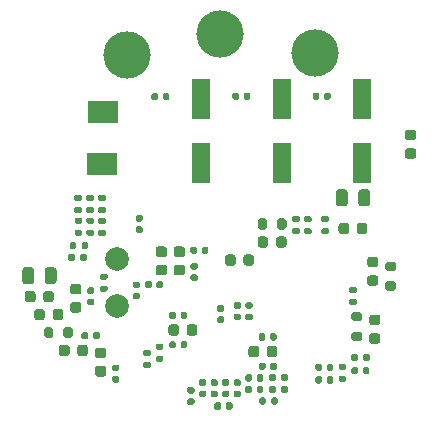
<source format=gbr>
G04 #@! TF.GenerationSoftware,KiCad,Pcbnew,(5.1.8)-1*
G04 #@! TF.CreationDate,2020-11-22T23:20:16-08:00*
G04 #@! TF.ProjectId,Thruster_Controller_V2,54687275-7374-4657-925f-436f6e74726f,rev?*
G04 #@! TF.SameCoordinates,Original*
G04 #@! TF.FileFunction,Paste,Top*
G04 #@! TF.FilePolarity,Positive*
%FSLAX46Y46*%
G04 Gerber Fmt 4.6, Leading zero omitted, Abs format (unit mm)*
G04 Created by KiCad (PCBNEW (5.1.8)-1) date 2020-11-22 23:20:16*
%MOMM*%
%LPD*%
G01*
G04 APERTURE LIST*
%ADD10R,1.600000X3.500000*%
%ADD11C,4.000000*%
%ADD12R,2.500000X1.850000*%
%ADD13C,2.000000*%
G04 APERTURE END LIST*
D10*
X98150000Y-88100000D03*
X98150000Y-93500000D03*
X105000000Y-88100000D03*
X105000000Y-93500000D03*
X111850000Y-88100000D03*
X111850000Y-93500000D03*
D11*
X91950000Y-84400000D03*
X99800000Y-82600000D03*
X107800000Y-84150000D03*
D12*
X89900000Y-89175000D03*
X89825000Y-93550000D03*
D13*
X91050000Y-105600000D03*
X91050000Y-101600000D03*
G36*
G01*
X96100000Y-100575000D02*
X96600000Y-100575000D01*
G75*
G02*
X96825000Y-100800000I0J-225000D01*
G01*
X96825000Y-101250000D01*
G75*
G02*
X96600000Y-101475000I-225000J0D01*
G01*
X96100000Y-101475000D01*
G75*
G02*
X95875000Y-101250000I0J225000D01*
G01*
X95875000Y-100800000D01*
G75*
G02*
X96100000Y-100575000I225000J0D01*
G01*
G37*
G36*
G01*
X96100000Y-102125000D02*
X96600000Y-102125000D01*
G75*
G02*
X96825000Y-102350000I0J-225000D01*
G01*
X96825000Y-102800000D01*
G75*
G02*
X96600000Y-103025000I-225000J0D01*
G01*
X96100000Y-103025000D01*
G75*
G02*
X95875000Y-102800000I0J225000D01*
G01*
X95875000Y-102350000D01*
G75*
G02*
X96100000Y-102125000I225000J0D01*
G01*
G37*
G36*
G01*
X97770000Y-103500000D02*
X97430000Y-103500000D01*
G75*
G02*
X97290000Y-103360000I0J140000D01*
G01*
X97290000Y-103080000D01*
G75*
G02*
X97430000Y-102940000I140000J0D01*
G01*
X97770000Y-102940000D01*
G75*
G02*
X97910000Y-103080000I0J-140000D01*
G01*
X97910000Y-103360000D01*
G75*
G02*
X97770000Y-103500000I-140000J0D01*
G01*
G37*
G36*
G01*
X97770000Y-102540000D02*
X97430000Y-102540000D01*
G75*
G02*
X97290000Y-102400000I0J140000D01*
G01*
X97290000Y-102120000D01*
G75*
G02*
X97430000Y-101980000I140000J0D01*
G01*
X97770000Y-101980000D01*
G75*
G02*
X97910000Y-102120000I0J-140000D01*
G01*
X97910000Y-102400000D01*
G75*
G02*
X97770000Y-102540000I-140000J0D01*
G01*
G37*
G36*
G01*
X110600000Y-95975000D02*
X110600000Y-96925000D01*
G75*
G02*
X110350000Y-97175000I-250000J0D01*
G01*
X109850000Y-97175000D01*
G75*
G02*
X109600000Y-96925000I0J250000D01*
G01*
X109600000Y-95975000D01*
G75*
G02*
X109850000Y-95725000I250000J0D01*
G01*
X110350000Y-95725000D01*
G75*
G02*
X110600000Y-95975000I0J-250000D01*
G01*
G37*
G36*
G01*
X112500000Y-95975000D02*
X112500000Y-96925000D01*
G75*
G02*
X112250000Y-97175000I-250000J0D01*
G01*
X111750000Y-97175000D01*
G75*
G02*
X111500000Y-96925000I0J250000D01*
G01*
X111500000Y-95975000D01*
G75*
G02*
X111750000Y-95725000I250000J0D01*
G01*
X112250000Y-95725000D01*
G75*
G02*
X112500000Y-95975000I0J-250000D01*
G01*
G37*
G36*
G01*
X112275000Y-98800000D02*
X112275000Y-99300000D01*
G75*
G02*
X112050000Y-99525000I-225000J0D01*
G01*
X111600000Y-99525000D01*
G75*
G02*
X111375000Y-99300000I0J225000D01*
G01*
X111375000Y-98800000D01*
G75*
G02*
X111600000Y-98575000I225000J0D01*
G01*
X112050000Y-98575000D01*
G75*
G02*
X112275000Y-98800000I0J-225000D01*
G01*
G37*
G36*
G01*
X110725000Y-98800000D02*
X110725000Y-99300000D01*
G75*
G02*
X110500000Y-99525000I-225000J0D01*
G01*
X110050000Y-99525000D01*
G75*
G02*
X109825000Y-99300000I0J225000D01*
G01*
X109825000Y-98800000D01*
G75*
G02*
X110050000Y-98575000I225000J0D01*
G01*
X110500000Y-98575000D01*
G75*
G02*
X110725000Y-98800000I0J-225000D01*
G01*
G37*
G36*
G01*
X94580000Y-102125000D02*
X95080000Y-102125000D01*
G75*
G02*
X95305000Y-102350000I0J-225000D01*
G01*
X95305000Y-102800000D01*
G75*
G02*
X95080000Y-103025000I-225000J0D01*
G01*
X94580000Y-103025000D01*
G75*
G02*
X94355000Y-102800000I0J225000D01*
G01*
X94355000Y-102350000D01*
G75*
G02*
X94580000Y-102125000I225000J0D01*
G01*
G37*
G36*
G01*
X94580000Y-100575000D02*
X95080000Y-100575000D01*
G75*
G02*
X95305000Y-100800000I0J-225000D01*
G01*
X95305000Y-101250000D01*
G75*
G02*
X95080000Y-101475000I-225000J0D01*
G01*
X94580000Y-101475000D01*
G75*
G02*
X94355000Y-101250000I0J225000D01*
G01*
X94355000Y-100800000D01*
G75*
G02*
X94580000Y-100575000I225000J0D01*
G01*
G37*
G36*
G01*
X103650000Y-110555000D02*
X103650000Y-110895000D01*
G75*
G02*
X103510000Y-111035000I-140000J0D01*
G01*
X103230000Y-111035000D01*
G75*
G02*
X103090000Y-110895000I0J140000D01*
G01*
X103090000Y-110555000D01*
G75*
G02*
X103230000Y-110415000I140000J0D01*
G01*
X103510000Y-110415000D01*
G75*
G02*
X103650000Y-110555000I0J-140000D01*
G01*
G37*
G36*
G01*
X104610000Y-110555000D02*
X104610000Y-110895000D01*
G75*
G02*
X104470000Y-111035000I-140000J0D01*
G01*
X104190000Y-111035000D01*
G75*
G02*
X104050000Y-110895000I0J140000D01*
G01*
X104050000Y-110555000D01*
G75*
G02*
X104190000Y-110415000I140000J0D01*
G01*
X104470000Y-110415000D01*
G75*
G02*
X104610000Y-110555000I0J-140000D01*
G01*
G37*
G36*
G01*
X107870000Y-112040000D02*
X107870000Y-111700000D01*
G75*
G02*
X108010000Y-111560000I140000J0D01*
G01*
X108290000Y-111560000D01*
G75*
G02*
X108430000Y-111700000I0J-140000D01*
G01*
X108430000Y-112040000D01*
G75*
G02*
X108290000Y-112180000I-140000J0D01*
G01*
X108010000Y-112180000D01*
G75*
G02*
X107870000Y-112040000I0J140000D01*
G01*
G37*
G36*
G01*
X108830000Y-112040000D02*
X108830000Y-111700000D01*
G75*
G02*
X108970000Y-111560000I140000J0D01*
G01*
X109250000Y-111560000D01*
G75*
G02*
X109390000Y-111700000I0J-140000D01*
G01*
X109390000Y-112040000D01*
G75*
G02*
X109250000Y-112180000I-140000J0D01*
G01*
X108970000Y-112180000D01*
G75*
G02*
X108830000Y-112040000I0J140000D01*
G01*
G37*
G36*
G01*
X91140000Y-112090000D02*
X90800000Y-112090000D01*
G75*
G02*
X90660000Y-111950000I0J140000D01*
G01*
X90660000Y-111670000D01*
G75*
G02*
X90800000Y-111530000I140000J0D01*
G01*
X91140000Y-111530000D01*
G75*
G02*
X91280000Y-111670000I0J-140000D01*
G01*
X91280000Y-111950000D01*
G75*
G02*
X91140000Y-112090000I-140000J0D01*
G01*
G37*
G36*
G01*
X91140000Y-111130000D02*
X90800000Y-111130000D01*
G75*
G02*
X90660000Y-110990000I0J140000D01*
G01*
X90660000Y-110710000D01*
G75*
G02*
X90800000Y-110570000I140000J0D01*
G01*
X91140000Y-110570000D01*
G75*
G02*
X91280000Y-110710000I0J-140000D01*
G01*
X91280000Y-110990000D01*
G75*
G02*
X91140000Y-111130000I-140000J0D01*
G01*
G37*
G36*
G01*
X98250000Y-101070000D02*
X98250000Y-100730000D01*
G75*
G02*
X98390000Y-100590000I140000J0D01*
G01*
X98670000Y-100590000D01*
G75*
G02*
X98810000Y-100730000I0J-140000D01*
G01*
X98810000Y-101070000D01*
G75*
G02*
X98670000Y-101210000I-140000J0D01*
G01*
X98390000Y-101210000D01*
G75*
G02*
X98250000Y-101070000I0J140000D01*
G01*
G37*
G36*
G01*
X97290000Y-101070000D02*
X97290000Y-100730000D01*
G75*
G02*
X97430000Y-100590000I140000J0D01*
G01*
X97710000Y-100590000D01*
G75*
G02*
X97850000Y-100730000I0J-140000D01*
G01*
X97850000Y-101070000D01*
G75*
G02*
X97710000Y-101210000I-140000J0D01*
G01*
X97430000Y-101210000D01*
G75*
G02*
X97290000Y-101070000I0J140000D01*
G01*
G37*
G36*
G01*
X107640000Y-88020000D02*
X107640000Y-87680000D01*
G75*
G02*
X107780000Y-87540000I140000J0D01*
G01*
X108060000Y-87540000D01*
G75*
G02*
X108200000Y-87680000I0J-140000D01*
G01*
X108200000Y-88020000D01*
G75*
G02*
X108060000Y-88160000I-140000J0D01*
G01*
X107780000Y-88160000D01*
G75*
G02*
X107640000Y-88020000I0J140000D01*
G01*
G37*
G36*
G01*
X108600000Y-88020000D02*
X108600000Y-87680000D01*
G75*
G02*
X108740000Y-87540000I140000J0D01*
G01*
X109020000Y-87540000D01*
G75*
G02*
X109160000Y-87680000I0J-140000D01*
G01*
X109160000Y-88020000D01*
G75*
G02*
X109020000Y-88160000I-140000J0D01*
G01*
X108740000Y-88160000D01*
G75*
G02*
X108600000Y-88020000I0J140000D01*
G01*
G37*
G36*
G01*
X101800000Y-88020000D02*
X101800000Y-87680000D01*
G75*
G02*
X101940000Y-87540000I140000J0D01*
G01*
X102220000Y-87540000D01*
G75*
G02*
X102360000Y-87680000I0J-140000D01*
G01*
X102360000Y-88020000D01*
G75*
G02*
X102220000Y-88160000I-140000J0D01*
G01*
X101940000Y-88160000D01*
G75*
G02*
X101800000Y-88020000I0J140000D01*
G01*
G37*
G36*
G01*
X100840000Y-88020000D02*
X100840000Y-87680000D01*
G75*
G02*
X100980000Y-87540000I140000J0D01*
G01*
X101260000Y-87540000D01*
G75*
G02*
X101400000Y-87680000I0J-140000D01*
G01*
X101400000Y-88020000D01*
G75*
G02*
X101260000Y-88160000I-140000J0D01*
G01*
X100980000Y-88160000D01*
G75*
G02*
X100840000Y-88020000I0J140000D01*
G01*
G37*
G36*
G01*
X94950000Y-88070000D02*
X94950000Y-87730000D01*
G75*
G02*
X95090000Y-87590000I140000J0D01*
G01*
X95370000Y-87590000D01*
G75*
G02*
X95510000Y-87730000I0J-140000D01*
G01*
X95510000Y-88070000D01*
G75*
G02*
X95370000Y-88210000I-140000J0D01*
G01*
X95090000Y-88210000D01*
G75*
G02*
X94950000Y-88070000I0J140000D01*
G01*
G37*
G36*
G01*
X93990000Y-88070000D02*
X93990000Y-87730000D01*
G75*
G02*
X94130000Y-87590000I140000J0D01*
G01*
X94410000Y-87590000D01*
G75*
G02*
X94550000Y-87730000I0J-140000D01*
G01*
X94550000Y-88070000D01*
G75*
G02*
X94410000Y-88210000I-140000J0D01*
G01*
X94130000Y-88210000D01*
G75*
G02*
X93990000Y-88070000I0J140000D01*
G01*
G37*
G36*
G01*
X96975000Y-107900000D02*
X96975000Y-107400000D01*
G75*
G02*
X97200000Y-107175000I225000J0D01*
G01*
X97650000Y-107175000D01*
G75*
G02*
X97875000Y-107400000I0J-225000D01*
G01*
X97875000Y-107900000D01*
G75*
G02*
X97650000Y-108125000I-225000J0D01*
G01*
X97200000Y-108125000D01*
G75*
G02*
X96975000Y-107900000I0J225000D01*
G01*
G37*
G36*
G01*
X95425000Y-107900000D02*
X95425000Y-107400000D01*
G75*
G02*
X95650000Y-107175000I225000J0D01*
G01*
X96100000Y-107175000D01*
G75*
G02*
X96325000Y-107400000I0J-225000D01*
G01*
X96325000Y-107900000D01*
G75*
G02*
X96100000Y-108125000I-225000J0D01*
G01*
X95650000Y-108125000D01*
G75*
G02*
X95425000Y-107900000I0J225000D01*
G01*
G37*
G36*
G01*
X107870000Y-110980000D02*
X107870000Y-110640000D01*
G75*
G02*
X108010000Y-110500000I140000J0D01*
G01*
X108290000Y-110500000D01*
G75*
G02*
X108430000Y-110640000I0J-140000D01*
G01*
X108430000Y-110980000D01*
G75*
G02*
X108290000Y-111120000I-140000J0D01*
G01*
X108010000Y-111120000D01*
G75*
G02*
X107870000Y-110980000I0J140000D01*
G01*
G37*
G36*
G01*
X108830000Y-110980000D02*
X108830000Y-110640000D01*
G75*
G02*
X108970000Y-110500000I140000J0D01*
G01*
X109250000Y-110500000D01*
G75*
G02*
X109390000Y-110640000I0J-140000D01*
G01*
X109390000Y-110980000D01*
G75*
G02*
X109250000Y-111120000I-140000J0D01*
G01*
X108970000Y-111120000D01*
G75*
G02*
X108830000Y-110980000I0J140000D01*
G01*
G37*
G36*
G01*
X104650000Y-109225000D02*
X104650000Y-109725000D01*
G75*
G02*
X104425000Y-109950000I-225000J0D01*
G01*
X103975000Y-109950000D01*
G75*
G02*
X103750000Y-109725000I0J225000D01*
G01*
X103750000Y-109225000D01*
G75*
G02*
X103975000Y-109000000I225000J0D01*
G01*
X104425000Y-109000000D01*
G75*
G02*
X104650000Y-109225000I0J-225000D01*
G01*
G37*
G36*
G01*
X103100000Y-109225000D02*
X103100000Y-109725000D01*
G75*
G02*
X102875000Y-109950000I-225000J0D01*
G01*
X102425000Y-109950000D01*
G75*
G02*
X102200000Y-109725000I0J225000D01*
G01*
X102200000Y-109225000D01*
G75*
G02*
X102425000Y-109000000I225000J0D01*
G01*
X102875000Y-109000000D01*
G75*
G02*
X103100000Y-109225000I0J-225000D01*
G01*
G37*
G36*
G01*
X99470000Y-113335000D02*
X99130000Y-113335000D01*
G75*
G02*
X98990000Y-113195000I0J140000D01*
G01*
X98990000Y-112915000D01*
G75*
G02*
X99130000Y-112775000I140000J0D01*
G01*
X99470000Y-112775000D01*
G75*
G02*
X99610000Y-112915000I0J-140000D01*
G01*
X99610000Y-113195000D01*
G75*
G02*
X99470000Y-113335000I-140000J0D01*
G01*
G37*
G36*
G01*
X99470000Y-112375000D02*
X99130000Y-112375000D01*
G75*
G02*
X98990000Y-112235000I0J140000D01*
G01*
X98990000Y-111955000D01*
G75*
G02*
X99130000Y-111815000I140000J0D01*
G01*
X99470000Y-111815000D01*
G75*
G02*
X99610000Y-111955000I0J-140000D01*
G01*
X99610000Y-112235000D01*
G75*
G02*
X99470000Y-112375000I-140000J0D01*
G01*
G37*
G36*
G01*
X101125000Y-101475000D02*
X101125000Y-101975000D01*
G75*
G02*
X100900000Y-102200000I-225000J0D01*
G01*
X100450000Y-102200000D01*
G75*
G02*
X100225000Y-101975000I0J225000D01*
G01*
X100225000Y-101475000D01*
G75*
G02*
X100450000Y-101250000I225000J0D01*
G01*
X100900000Y-101250000D01*
G75*
G02*
X101125000Y-101475000I0J-225000D01*
G01*
G37*
G36*
G01*
X102675000Y-101475000D02*
X102675000Y-101975000D01*
G75*
G02*
X102450000Y-102200000I-225000J0D01*
G01*
X102000000Y-102200000D01*
G75*
G02*
X101775000Y-101975000I0J225000D01*
G01*
X101775000Y-101475000D01*
G75*
G02*
X102000000Y-101250000I225000J0D01*
G01*
X102450000Y-101250000D01*
G75*
G02*
X102675000Y-101475000I0J-225000D01*
G01*
G37*
G36*
G01*
X86155000Y-109630000D02*
X86155000Y-109130000D01*
G75*
G02*
X86380000Y-108905000I225000J0D01*
G01*
X86830000Y-108905000D01*
G75*
G02*
X87055000Y-109130000I0J-225000D01*
G01*
X87055000Y-109630000D01*
G75*
G02*
X86830000Y-109855000I-225000J0D01*
G01*
X86380000Y-109855000D01*
G75*
G02*
X86155000Y-109630000I0J225000D01*
G01*
G37*
G36*
G01*
X87705000Y-109630000D02*
X87705000Y-109130000D01*
G75*
G02*
X87930000Y-108905000I225000J0D01*
G01*
X88380000Y-108905000D01*
G75*
G02*
X88605000Y-109130000I0J-225000D01*
G01*
X88605000Y-109630000D01*
G75*
G02*
X88380000Y-109855000I-225000J0D01*
G01*
X87930000Y-109855000D01*
G75*
G02*
X87705000Y-109630000I0J225000D01*
G01*
G37*
G36*
G01*
X100445000Y-113335000D02*
X100105000Y-113335000D01*
G75*
G02*
X99965000Y-113195000I0J140000D01*
G01*
X99965000Y-112915000D01*
G75*
G02*
X100105000Y-112775000I140000J0D01*
G01*
X100445000Y-112775000D01*
G75*
G02*
X100585000Y-112915000I0J-140000D01*
G01*
X100585000Y-113195000D01*
G75*
G02*
X100445000Y-113335000I-140000J0D01*
G01*
G37*
G36*
G01*
X100445000Y-112375000D02*
X100105000Y-112375000D01*
G75*
G02*
X99965000Y-112235000I0J140000D01*
G01*
X99965000Y-111955000D01*
G75*
G02*
X100105000Y-111815000I140000J0D01*
G01*
X100445000Y-111815000D01*
G75*
G02*
X100585000Y-111955000I0J-140000D01*
G01*
X100585000Y-112235000D01*
G75*
G02*
X100445000Y-112375000I-140000J0D01*
G01*
G37*
G36*
G01*
X89020000Y-104600000D02*
X88680000Y-104600000D01*
G75*
G02*
X88540000Y-104460000I0J140000D01*
G01*
X88540000Y-104180000D01*
G75*
G02*
X88680000Y-104040000I140000J0D01*
G01*
X89020000Y-104040000D01*
G75*
G02*
X89160000Y-104180000I0J-140000D01*
G01*
X89160000Y-104460000D01*
G75*
G02*
X89020000Y-104600000I-140000J0D01*
G01*
G37*
G36*
G01*
X89020000Y-105560000D02*
X88680000Y-105560000D01*
G75*
G02*
X88540000Y-105420000I0J140000D01*
G01*
X88540000Y-105140000D01*
G75*
G02*
X88680000Y-105000000I140000J0D01*
G01*
X89020000Y-105000000D01*
G75*
G02*
X89160000Y-105140000I0J-140000D01*
G01*
X89160000Y-105420000D01*
G75*
G02*
X89020000Y-105560000I-140000J0D01*
G01*
G37*
G36*
G01*
X92780000Y-97915000D02*
X93120000Y-97915000D01*
G75*
G02*
X93260000Y-98055000I0J-140000D01*
G01*
X93260000Y-98335000D01*
G75*
G02*
X93120000Y-98475000I-140000J0D01*
G01*
X92780000Y-98475000D01*
G75*
G02*
X92640000Y-98335000I0J140000D01*
G01*
X92640000Y-98055000D01*
G75*
G02*
X92780000Y-97915000I140000J0D01*
G01*
G37*
G36*
G01*
X92780000Y-98875000D02*
X93120000Y-98875000D01*
G75*
G02*
X93260000Y-99015000I0J-140000D01*
G01*
X93260000Y-99295000D01*
G75*
G02*
X93120000Y-99435000I-140000J0D01*
G01*
X92780000Y-99435000D01*
G75*
G02*
X92640000Y-99295000I0J140000D01*
G01*
X92640000Y-99015000D01*
G75*
G02*
X92780000Y-98875000I140000J0D01*
G01*
G37*
G36*
G01*
X89430000Y-110695000D02*
X89930000Y-110695000D01*
G75*
G02*
X90155000Y-110920000I0J-225000D01*
G01*
X90155000Y-111370000D01*
G75*
G02*
X89930000Y-111595000I-225000J0D01*
G01*
X89430000Y-111595000D01*
G75*
G02*
X89205000Y-111370000I0J225000D01*
G01*
X89205000Y-110920000D01*
G75*
G02*
X89430000Y-110695000I225000J0D01*
G01*
G37*
G36*
G01*
X89430000Y-109145000D02*
X89930000Y-109145000D01*
G75*
G02*
X90155000Y-109370000I0J-225000D01*
G01*
X90155000Y-109820000D01*
G75*
G02*
X89930000Y-110045000I-225000J0D01*
G01*
X89430000Y-110045000D01*
G75*
G02*
X89205000Y-109820000I0J225000D01*
G01*
X89205000Y-109370000D01*
G75*
G02*
X89430000Y-109145000I225000J0D01*
G01*
G37*
G36*
G01*
X87830000Y-104635000D02*
X87330000Y-104635000D01*
G75*
G02*
X87105000Y-104410000I0J225000D01*
G01*
X87105000Y-103960000D01*
G75*
G02*
X87330000Y-103735000I225000J0D01*
G01*
X87830000Y-103735000D01*
G75*
G02*
X88055000Y-103960000I0J-225000D01*
G01*
X88055000Y-104410000D01*
G75*
G02*
X87830000Y-104635000I-225000J0D01*
G01*
G37*
G36*
G01*
X87830000Y-106185000D02*
X87330000Y-106185000D01*
G75*
G02*
X87105000Y-105960000I0J225000D01*
G01*
X87105000Y-105510000D01*
G75*
G02*
X87330000Y-105285000I225000J0D01*
G01*
X87830000Y-105285000D01*
G75*
G02*
X88055000Y-105510000I0J-225000D01*
G01*
X88055000Y-105960000D01*
G75*
G02*
X87830000Y-106185000I-225000J0D01*
G01*
G37*
G36*
G01*
X101420000Y-112375000D02*
X101080000Y-112375000D01*
G75*
G02*
X100940000Y-112235000I0J140000D01*
G01*
X100940000Y-111955000D01*
G75*
G02*
X101080000Y-111815000I140000J0D01*
G01*
X101420000Y-111815000D01*
G75*
G02*
X101560000Y-111955000I0J-140000D01*
G01*
X101560000Y-112235000D01*
G75*
G02*
X101420000Y-112375000I-140000J0D01*
G01*
G37*
G36*
G01*
X101420000Y-113335000D02*
X101080000Y-113335000D01*
G75*
G02*
X100940000Y-113195000I0J140000D01*
G01*
X100940000Y-112915000D01*
G75*
G02*
X101080000Y-112775000I140000J0D01*
G01*
X101420000Y-112775000D01*
G75*
G02*
X101560000Y-112915000I0J-140000D01*
G01*
X101560000Y-113195000D01*
G75*
G02*
X101420000Y-113335000I-140000J0D01*
G01*
G37*
G36*
G01*
X103460000Y-111530000D02*
X103460000Y-111870000D01*
G75*
G02*
X103320000Y-112010000I-140000J0D01*
G01*
X103040000Y-112010000D01*
G75*
G02*
X102900000Y-111870000I0J140000D01*
G01*
X102900000Y-111530000D01*
G75*
G02*
X103040000Y-111390000I140000J0D01*
G01*
X103320000Y-111390000D01*
G75*
G02*
X103460000Y-111530000I0J-140000D01*
G01*
G37*
G36*
G01*
X102500000Y-111530000D02*
X102500000Y-111870000D01*
G75*
G02*
X102360000Y-112010000I-140000J0D01*
G01*
X102080000Y-112010000D01*
G75*
G02*
X101940000Y-111870000I0J140000D01*
G01*
X101940000Y-111530000D01*
G75*
G02*
X102080000Y-111390000I140000J0D01*
G01*
X102360000Y-111390000D01*
G75*
G02*
X102500000Y-111530000I0J-140000D01*
G01*
G37*
G36*
G01*
X98495000Y-113335000D02*
X98155000Y-113335000D01*
G75*
G02*
X98015000Y-113195000I0J140000D01*
G01*
X98015000Y-112915000D01*
G75*
G02*
X98155000Y-112775000I140000J0D01*
G01*
X98495000Y-112775000D01*
G75*
G02*
X98635000Y-112915000I0J-140000D01*
G01*
X98635000Y-113195000D01*
G75*
G02*
X98495000Y-113335000I-140000J0D01*
G01*
G37*
G36*
G01*
X98495000Y-112375000D02*
X98155000Y-112375000D01*
G75*
G02*
X98015000Y-112235000I0J140000D01*
G01*
X98015000Y-111955000D01*
G75*
G02*
X98155000Y-111815000I140000J0D01*
G01*
X98495000Y-111815000D01*
G75*
G02*
X98635000Y-111955000I0J-140000D01*
G01*
X98635000Y-112235000D01*
G75*
G02*
X98495000Y-112375000I-140000J0D01*
G01*
G37*
G36*
G01*
X103460000Y-112505000D02*
X103460000Y-112845000D01*
G75*
G02*
X103320000Y-112985000I-140000J0D01*
G01*
X103040000Y-112985000D01*
G75*
G02*
X102900000Y-112845000I0J140000D01*
G01*
X102900000Y-112505000D01*
G75*
G02*
X103040000Y-112365000I140000J0D01*
G01*
X103320000Y-112365000D01*
G75*
G02*
X103460000Y-112505000I0J-140000D01*
G01*
G37*
G36*
G01*
X102500000Y-112505000D02*
X102500000Y-112845000D01*
G75*
G02*
X102360000Y-112985000I-140000J0D01*
G01*
X102080000Y-112985000D01*
G75*
G02*
X101940000Y-112845000I0J140000D01*
G01*
X101940000Y-112505000D01*
G75*
G02*
X102080000Y-112365000I140000J0D01*
G01*
X102360000Y-112365000D01*
G75*
G02*
X102500000Y-112505000I0J-140000D01*
G01*
G37*
G36*
G01*
X103625000Y-108055000D02*
X103625000Y-108395000D01*
G75*
G02*
X103485000Y-108535000I-140000J0D01*
G01*
X103205000Y-108535000D01*
G75*
G02*
X103065000Y-108395000I0J140000D01*
G01*
X103065000Y-108055000D01*
G75*
G02*
X103205000Y-107915000I140000J0D01*
G01*
X103485000Y-107915000D01*
G75*
G02*
X103625000Y-108055000I0J-140000D01*
G01*
G37*
G36*
G01*
X104585000Y-108055000D02*
X104585000Y-108395000D01*
G75*
G02*
X104445000Y-108535000I-140000J0D01*
G01*
X104165000Y-108535000D01*
G75*
G02*
X104025000Y-108395000I0J140000D01*
G01*
X104025000Y-108055000D01*
G75*
G02*
X104165000Y-107915000I140000J0D01*
G01*
X104445000Y-107915000D01*
G75*
G02*
X104585000Y-108055000I0J-140000D01*
G01*
G37*
G36*
G01*
X97495000Y-113985000D02*
X97155000Y-113985000D01*
G75*
G02*
X97015000Y-113845000I0J140000D01*
G01*
X97015000Y-113565000D01*
G75*
G02*
X97155000Y-113425000I140000J0D01*
G01*
X97495000Y-113425000D01*
G75*
G02*
X97635000Y-113565000I0J-140000D01*
G01*
X97635000Y-113845000D01*
G75*
G02*
X97495000Y-113985000I-140000J0D01*
G01*
G37*
G36*
G01*
X97495000Y-113025000D02*
X97155000Y-113025000D01*
G75*
G02*
X97015000Y-112885000I0J140000D01*
G01*
X97015000Y-112605000D01*
G75*
G02*
X97155000Y-112465000I140000J0D01*
G01*
X97495000Y-112465000D01*
G75*
G02*
X97635000Y-112605000I0J-140000D01*
G01*
X97635000Y-112885000D01*
G75*
G02*
X97495000Y-113025000I-140000J0D01*
G01*
G37*
G36*
G01*
X110920000Y-111260000D02*
X110920000Y-110920000D01*
G75*
G02*
X111060000Y-110780000I140000J0D01*
G01*
X111340000Y-110780000D01*
G75*
G02*
X111480000Y-110920000I0J-140000D01*
G01*
X111480000Y-111260000D01*
G75*
G02*
X111340000Y-111400000I-140000J0D01*
G01*
X111060000Y-111400000D01*
G75*
G02*
X110920000Y-111260000I0J140000D01*
G01*
G37*
G36*
G01*
X111880000Y-111260000D02*
X111880000Y-110920000D01*
G75*
G02*
X112020000Y-110780000I140000J0D01*
G01*
X112300000Y-110780000D01*
G75*
G02*
X112440000Y-110920000I0J-140000D01*
G01*
X112440000Y-111260000D01*
G75*
G02*
X112300000Y-111400000I-140000J0D01*
G01*
X112020000Y-111400000D01*
G75*
G02*
X111880000Y-111260000I0J140000D01*
G01*
G37*
G36*
G01*
X94010000Y-103630000D02*
X94010000Y-103970000D01*
G75*
G02*
X93870000Y-104110000I-140000J0D01*
G01*
X93590000Y-104110000D01*
G75*
G02*
X93450000Y-103970000I0J140000D01*
G01*
X93450000Y-103630000D01*
G75*
G02*
X93590000Y-103490000I140000J0D01*
G01*
X93870000Y-103490000D01*
G75*
G02*
X94010000Y-103630000I0J-140000D01*
G01*
G37*
G36*
G01*
X94970000Y-103630000D02*
X94970000Y-103970000D01*
G75*
G02*
X94830000Y-104110000I-140000J0D01*
G01*
X94550000Y-104110000D01*
G75*
G02*
X94410000Y-103970000I0J140000D01*
G01*
X94410000Y-103630000D01*
G75*
G02*
X94550000Y-103490000I140000J0D01*
G01*
X94830000Y-103490000D01*
G75*
G02*
X94970000Y-103630000I0J-140000D01*
G01*
G37*
G36*
G01*
X92870000Y-105060000D02*
X92530000Y-105060000D01*
G75*
G02*
X92390000Y-104920000I0J140000D01*
G01*
X92390000Y-104640000D01*
G75*
G02*
X92530000Y-104500000I140000J0D01*
G01*
X92870000Y-104500000D01*
G75*
G02*
X93010000Y-104640000I0J-140000D01*
G01*
X93010000Y-104920000D01*
G75*
G02*
X92870000Y-105060000I-140000J0D01*
G01*
G37*
G36*
G01*
X92870000Y-104100000D02*
X92530000Y-104100000D01*
G75*
G02*
X92390000Y-103960000I0J140000D01*
G01*
X92390000Y-103680000D01*
G75*
G02*
X92530000Y-103540000I140000J0D01*
G01*
X92870000Y-103540000D01*
G75*
G02*
X93010000Y-103680000I0J-140000D01*
G01*
X93010000Y-103960000D01*
G75*
G02*
X92870000Y-104100000I-140000J0D01*
G01*
G37*
G36*
G01*
X101080000Y-106250000D02*
X101420000Y-106250000D01*
G75*
G02*
X101560000Y-106390000I0J-140000D01*
G01*
X101560000Y-106670000D01*
G75*
G02*
X101420000Y-106810000I-140000J0D01*
G01*
X101080000Y-106810000D01*
G75*
G02*
X100940000Y-106670000I0J140000D01*
G01*
X100940000Y-106390000D01*
G75*
G02*
X101080000Y-106250000I140000J0D01*
G01*
G37*
G36*
G01*
X101080000Y-105290000D02*
X101420000Y-105290000D01*
G75*
G02*
X101560000Y-105430000I0J-140000D01*
G01*
X101560000Y-105710000D01*
G75*
G02*
X101420000Y-105850000I-140000J0D01*
G01*
X101080000Y-105850000D01*
G75*
G02*
X100940000Y-105710000I0J140000D01*
G01*
X100940000Y-105430000D01*
G75*
G02*
X101080000Y-105290000I140000J0D01*
G01*
G37*
G36*
G01*
X96450000Y-109070000D02*
X96450000Y-108730000D01*
G75*
G02*
X96590000Y-108590000I140000J0D01*
G01*
X96870000Y-108590000D01*
G75*
G02*
X97010000Y-108730000I0J-140000D01*
G01*
X97010000Y-109070000D01*
G75*
G02*
X96870000Y-109210000I-140000J0D01*
G01*
X96590000Y-109210000D01*
G75*
G02*
X96450000Y-109070000I0J140000D01*
G01*
G37*
G36*
G01*
X95490000Y-109070000D02*
X95490000Y-108730000D01*
G75*
G02*
X95630000Y-108590000I140000J0D01*
G01*
X95910000Y-108590000D01*
G75*
G02*
X96050000Y-108730000I0J-140000D01*
G01*
X96050000Y-109070000D01*
G75*
G02*
X95910000Y-109210000I-140000J0D01*
G01*
X95630000Y-109210000D01*
G75*
G02*
X95490000Y-109070000I0J140000D01*
G01*
G37*
G36*
G01*
X102080000Y-106250000D02*
X102420000Y-106250000D01*
G75*
G02*
X102560000Y-106390000I0J-140000D01*
G01*
X102560000Y-106670000D01*
G75*
G02*
X102420000Y-106810000I-140000J0D01*
G01*
X102080000Y-106810000D01*
G75*
G02*
X101940000Y-106670000I0J140000D01*
G01*
X101940000Y-106390000D01*
G75*
G02*
X102080000Y-106250000I140000J0D01*
G01*
G37*
G36*
G01*
X102080000Y-105290000D02*
X102420000Y-105290000D01*
G75*
G02*
X102560000Y-105430000I0J-140000D01*
G01*
X102560000Y-105710000D01*
G75*
G02*
X102420000Y-105850000I-140000J0D01*
G01*
X102080000Y-105850000D01*
G75*
G02*
X101940000Y-105710000I0J140000D01*
G01*
X101940000Y-105430000D01*
G75*
G02*
X102080000Y-105290000I140000J0D01*
G01*
G37*
G36*
G01*
X95490000Y-106570000D02*
X95490000Y-106230000D01*
G75*
G02*
X95630000Y-106090000I140000J0D01*
G01*
X95910000Y-106090000D01*
G75*
G02*
X96050000Y-106230000I0J-140000D01*
G01*
X96050000Y-106570000D01*
G75*
G02*
X95910000Y-106710000I-140000J0D01*
G01*
X95630000Y-106710000D01*
G75*
G02*
X95490000Y-106570000I0J140000D01*
G01*
G37*
G36*
G01*
X96450000Y-106570000D02*
X96450000Y-106230000D01*
G75*
G02*
X96590000Y-106090000I140000J0D01*
G01*
X96870000Y-106090000D01*
G75*
G02*
X97010000Y-106230000I0J-140000D01*
G01*
X97010000Y-106570000D01*
G75*
G02*
X96870000Y-106710000I-140000J0D01*
G01*
X96590000Y-106710000D01*
G75*
G02*
X96450000Y-106570000I0J140000D01*
G01*
G37*
G36*
G01*
X99680000Y-106500000D02*
X100020000Y-106500000D01*
G75*
G02*
X100160000Y-106640000I0J-140000D01*
G01*
X100160000Y-106920000D01*
G75*
G02*
X100020000Y-107060000I-140000J0D01*
G01*
X99680000Y-107060000D01*
G75*
G02*
X99540000Y-106920000I0J140000D01*
G01*
X99540000Y-106640000D01*
G75*
G02*
X99680000Y-106500000I140000J0D01*
G01*
G37*
G36*
G01*
X99680000Y-105540000D02*
X100020000Y-105540000D01*
G75*
G02*
X100160000Y-105680000I0J-140000D01*
G01*
X100160000Y-105960000D01*
G75*
G02*
X100020000Y-106100000I-140000J0D01*
G01*
X99680000Y-106100000D01*
G75*
G02*
X99540000Y-105960000I0J140000D01*
G01*
X99540000Y-105680000D01*
G75*
G02*
X99680000Y-105540000I140000J0D01*
G01*
G37*
G36*
G01*
X85950000Y-102575000D02*
X85950000Y-103525000D01*
G75*
G02*
X85700000Y-103775000I-250000J0D01*
G01*
X85200000Y-103775000D01*
G75*
G02*
X84950000Y-103525000I0J250000D01*
G01*
X84950000Y-102575000D01*
G75*
G02*
X85200000Y-102325000I250000J0D01*
G01*
X85700000Y-102325000D01*
G75*
G02*
X85950000Y-102575000I0J-250000D01*
G01*
G37*
G36*
G01*
X84050000Y-102575000D02*
X84050000Y-103525000D01*
G75*
G02*
X83800000Y-103775000I-250000J0D01*
G01*
X83300000Y-103775000D01*
G75*
G02*
X83050000Y-103525000I0J250000D01*
G01*
X83050000Y-102575000D01*
G75*
G02*
X83300000Y-102325000I250000J0D01*
G01*
X83800000Y-102325000D01*
G75*
G02*
X84050000Y-102575000I0J-250000D01*
G01*
G37*
G36*
G01*
X85725000Y-104570000D02*
X85725000Y-105070000D01*
G75*
G02*
X85500000Y-105295000I-225000J0D01*
G01*
X85050000Y-105295000D01*
G75*
G02*
X84825000Y-105070000I0J225000D01*
G01*
X84825000Y-104570000D01*
G75*
G02*
X85050000Y-104345000I225000J0D01*
G01*
X85500000Y-104345000D01*
G75*
G02*
X85725000Y-104570000I0J-225000D01*
G01*
G37*
G36*
G01*
X84175000Y-104570000D02*
X84175000Y-105070000D01*
G75*
G02*
X83950000Y-105295000I-225000J0D01*
G01*
X83500000Y-105295000D01*
G75*
G02*
X83275000Y-105070000I0J225000D01*
G01*
X83275000Y-104570000D01*
G75*
G02*
X83500000Y-104345000I225000J0D01*
G01*
X83950000Y-104345000D01*
G75*
G02*
X84175000Y-104570000I0J-225000D01*
G01*
G37*
G36*
G01*
X116181250Y-91575000D02*
X115668750Y-91575000D01*
G75*
G02*
X115450000Y-91356250I0J218750D01*
G01*
X115450000Y-90918750D01*
G75*
G02*
X115668750Y-90700000I218750J0D01*
G01*
X116181250Y-90700000D01*
G75*
G02*
X116400000Y-90918750I0J-218750D01*
G01*
X116400000Y-91356250D01*
G75*
G02*
X116181250Y-91575000I-218750J0D01*
G01*
G37*
G36*
G01*
X116181250Y-93150000D02*
X115668750Y-93150000D01*
G75*
G02*
X115450000Y-92931250I0J218750D01*
G01*
X115450000Y-92493750D01*
G75*
G02*
X115668750Y-92275000I218750J0D01*
G01*
X116181250Y-92275000D01*
G75*
G02*
X116400000Y-92493750I0J-218750D01*
G01*
X116400000Y-92931250D01*
G75*
G02*
X116181250Y-93150000I-218750J0D01*
G01*
G37*
G36*
G01*
X104550000Y-100456250D02*
X104550000Y-99943750D01*
G75*
G02*
X104768750Y-99725000I218750J0D01*
G01*
X105206250Y-99725000D01*
G75*
G02*
X105425000Y-99943750I0J-218750D01*
G01*
X105425000Y-100456250D01*
G75*
G02*
X105206250Y-100675000I-218750J0D01*
G01*
X104768750Y-100675000D01*
G75*
G02*
X104550000Y-100456250I0J218750D01*
G01*
G37*
G36*
G01*
X102975000Y-100456250D02*
X102975000Y-99943750D01*
G75*
G02*
X103193750Y-99725000I218750J0D01*
G01*
X103631250Y-99725000D01*
G75*
G02*
X103850000Y-99943750I0J-218750D01*
G01*
X103850000Y-100456250D01*
G75*
G02*
X103631250Y-100675000I-218750J0D01*
G01*
X103193750Y-100675000D01*
G75*
G02*
X102975000Y-100456250I0J218750D01*
G01*
G37*
G36*
G01*
X112981250Y-103900000D02*
X112468750Y-103900000D01*
G75*
G02*
X112250000Y-103681250I0J218750D01*
G01*
X112250000Y-103243750D01*
G75*
G02*
X112468750Y-103025000I218750J0D01*
G01*
X112981250Y-103025000D01*
G75*
G02*
X113200000Y-103243750I0J-218750D01*
G01*
X113200000Y-103681250D01*
G75*
G02*
X112981250Y-103900000I-218750J0D01*
G01*
G37*
G36*
G01*
X112981250Y-102325000D02*
X112468750Y-102325000D01*
G75*
G02*
X112250000Y-102106250I0J218750D01*
G01*
X112250000Y-101668750D01*
G75*
G02*
X112468750Y-101450000I218750J0D01*
G01*
X112981250Y-101450000D01*
G75*
G02*
X113200000Y-101668750I0J-218750D01*
G01*
X113200000Y-102106250D01*
G75*
G02*
X112981250Y-102325000I-218750J0D01*
G01*
G37*
G36*
G01*
X84065000Y-106596250D02*
X84065000Y-106083750D01*
G75*
G02*
X84283750Y-105865000I218750J0D01*
G01*
X84721250Y-105865000D01*
G75*
G02*
X84940000Y-106083750I0J-218750D01*
G01*
X84940000Y-106596250D01*
G75*
G02*
X84721250Y-106815000I-218750J0D01*
G01*
X84283750Y-106815000D01*
G75*
G02*
X84065000Y-106596250I0J218750D01*
G01*
G37*
G36*
G01*
X85640000Y-106596250D02*
X85640000Y-106083750D01*
G75*
G02*
X85858750Y-105865000I218750J0D01*
G01*
X86296250Y-105865000D01*
G75*
G02*
X86515000Y-106083750I0J-218750D01*
G01*
X86515000Y-106596250D01*
G75*
G02*
X86296250Y-106815000I-218750J0D01*
G01*
X85858750Y-106815000D01*
G75*
G02*
X85640000Y-106596250I0J218750D01*
G01*
G37*
G36*
G01*
X112643750Y-106350000D02*
X113156250Y-106350000D01*
G75*
G02*
X113375000Y-106568750I0J-218750D01*
G01*
X113375000Y-107006250D01*
G75*
G02*
X113156250Y-107225000I-218750J0D01*
G01*
X112643750Y-107225000D01*
G75*
G02*
X112425000Y-107006250I0J218750D01*
G01*
X112425000Y-106568750D01*
G75*
G02*
X112643750Y-106350000I218750J0D01*
G01*
G37*
G36*
G01*
X112643750Y-107925000D02*
X113156250Y-107925000D01*
G75*
G02*
X113375000Y-108143750I0J-218750D01*
G01*
X113375000Y-108581250D01*
G75*
G02*
X113156250Y-108800000I-218750J0D01*
G01*
X112643750Y-108800000D01*
G75*
G02*
X112425000Y-108581250I0J218750D01*
G01*
X112425000Y-108143750D01*
G75*
G02*
X112643750Y-107925000I218750J0D01*
G01*
G37*
G36*
G01*
X89030000Y-108292500D02*
X89030000Y-107947500D01*
G75*
G02*
X89177500Y-107800000I147500J0D01*
G01*
X89472500Y-107800000D01*
G75*
G02*
X89620000Y-107947500I0J-147500D01*
G01*
X89620000Y-108292500D01*
G75*
G02*
X89472500Y-108440000I-147500J0D01*
G01*
X89177500Y-108440000D01*
G75*
G02*
X89030000Y-108292500I0J147500D01*
G01*
G37*
G36*
G01*
X88060000Y-108292500D02*
X88060000Y-107947500D01*
G75*
G02*
X88207500Y-107800000I147500J0D01*
G01*
X88502500Y-107800000D01*
G75*
G02*
X88650000Y-107947500I0J-147500D01*
G01*
X88650000Y-108292500D01*
G75*
G02*
X88502500Y-108440000I-147500J0D01*
G01*
X88207500Y-108440000D01*
G75*
G02*
X88060000Y-108292500I0J147500D01*
G01*
G37*
G36*
G01*
X99295000Y-114262500D02*
X99295000Y-113917500D01*
G75*
G02*
X99442500Y-113770000I147500J0D01*
G01*
X99737500Y-113770000D01*
G75*
G02*
X99885000Y-113917500I0J-147500D01*
G01*
X99885000Y-114262500D01*
G75*
G02*
X99737500Y-114410000I-147500J0D01*
G01*
X99442500Y-114410000D01*
G75*
G02*
X99295000Y-114262500I0J147500D01*
G01*
G37*
G36*
G01*
X100265000Y-114262500D02*
X100265000Y-113917500D01*
G75*
G02*
X100412500Y-113770000I147500J0D01*
G01*
X100707500Y-113770000D01*
G75*
G02*
X100855000Y-113917500I0J-147500D01*
G01*
X100855000Y-114262500D01*
G75*
G02*
X100707500Y-114410000I-147500J0D01*
G01*
X100412500Y-114410000D01*
G75*
G02*
X100265000Y-114262500I0J147500D01*
G01*
G37*
G36*
G01*
X107040000Y-97995000D02*
X107410000Y-97995000D01*
G75*
G02*
X107545000Y-98130000I0J-135000D01*
G01*
X107545000Y-98400000D01*
G75*
G02*
X107410000Y-98535000I-135000J0D01*
G01*
X107040000Y-98535000D01*
G75*
G02*
X106905000Y-98400000I0J135000D01*
G01*
X106905000Y-98130000D01*
G75*
G02*
X107040000Y-97995000I135000J0D01*
G01*
G37*
G36*
G01*
X107040000Y-99015000D02*
X107410000Y-99015000D01*
G75*
G02*
X107545000Y-99150000I0J-135000D01*
G01*
X107545000Y-99420000D01*
G75*
G02*
X107410000Y-99555000I-135000J0D01*
G01*
X107040000Y-99555000D01*
G75*
G02*
X106905000Y-99420000I0J135000D01*
G01*
X106905000Y-99150000D01*
G75*
G02*
X107040000Y-99015000I135000J0D01*
G01*
G37*
G36*
G01*
X104040000Y-112415000D02*
X104410000Y-112415000D01*
G75*
G02*
X104545000Y-112550000I0J-135000D01*
G01*
X104545000Y-112820000D01*
G75*
G02*
X104410000Y-112955000I-135000J0D01*
G01*
X104040000Y-112955000D01*
G75*
G02*
X103905000Y-112820000I0J135000D01*
G01*
X103905000Y-112550000D01*
G75*
G02*
X104040000Y-112415000I135000J0D01*
G01*
G37*
G36*
G01*
X104040000Y-111395000D02*
X104410000Y-111395000D01*
G75*
G02*
X104545000Y-111530000I0J-135000D01*
G01*
X104545000Y-111800000D01*
G75*
G02*
X104410000Y-111935000I-135000J0D01*
G01*
X104040000Y-111935000D01*
G75*
G02*
X103905000Y-111800000I0J135000D01*
G01*
X103905000Y-111530000D01*
G75*
G02*
X104040000Y-111395000I135000J0D01*
G01*
G37*
G36*
G01*
X88605000Y-96190000D02*
X88975000Y-96190000D01*
G75*
G02*
X89110000Y-96325000I0J-135000D01*
G01*
X89110000Y-96595000D01*
G75*
G02*
X88975000Y-96730000I-135000J0D01*
G01*
X88605000Y-96730000D01*
G75*
G02*
X88470000Y-96595000I0J135000D01*
G01*
X88470000Y-96325000D01*
G75*
G02*
X88605000Y-96190000I135000J0D01*
G01*
G37*
G36*
G01*
X88605000Y-97210000D02*
X88975000Y-97210000D01*
G75*
G02*
X89110000Y-97345000I0J-135000D01*
G01*
X89110000Y-97615000D01*
G75*
G02*
X88975000Y-97750000I-135000J0D01*
G01*
X88605000Y-97750000D01*
G75*
G02*
X88470000Y-97615000I0J135000D01*
G01*
X88470000Y-97345000D01*
G75*
G02*
X88605000Y-97210000I135000J0D01*
G01*
G37*
G36*
G01*
X87605000Y-97220000D02*
X87975000Y-97220000D01*
G75*
G02*
X88110000Y-97355000I0J-135000D01*
G01*
X88110000Y-97625000D01*
G75*
G02*
X87975000Y-97760000I-135000J0D01*
G01*
X87605000Y-97760000D01*
G75*
G02*
X87470000Y-97625000I0J135000D01*
G01*
X87470000Y-97355000D01*
G75*
G02*
X87605000Y-97220000I135000J0D01*
G01*
G37*
G36*
G01*
X87605000Y-96200000D02*
X87975000Y-96200000D01*
G75*
G02*
X88110000Y-96335000I0J-135000D01*
G01*
X88110000Y-96605000D01*
G75*
G02*
X87975000Y-96740000I-135000J0D01*
G01*
X87605000Y-96740000D01*
G75*
G02*
X87470000Y-96605000I0J135000D01*
G01*
X87470000Y-96335000D01*
G75*
G02*
X87605000Y-96200000I135000J0D01*
G01*
G37*
G36*
G01*
X89605000Y-97220000D02*
X89975000Y-97220000D01*
G75*
G02*
X90110000Y-97355000I0J-135000D01*
G01*
X90110000Y-97625000D01*
G75*
G02*
X89975000Y-97760000I-135000J0D01*
G01*
X89605000Y-97760000D01*
G75*
G02*
X89470000Y-97625000I0J135000D01*
G01*
X89470000Y-97355000D01*
G75*
G02*
X89605000Y-97220000I135000J0D01*
G01*
G37*
G36*
G01*
X89605000Y-96200000D02*
X89975000Y-96200000D01*
G75*
G02*
X90110000Y-96335000I0J-135000D01*
G01*
X90110000Y-96605000D01*
G75*
G02*
X89975000Y-96740000I-135000J0D01*
G01*
X89605000Y-96740000D01*
G75*
G02*
X89470000Y-96605000I0J135000D01*
G01*
X89470000Y-96335000D01*
G75*
G02*
X89605000Y-96200000I135000J0D01*
G01*
G37*
G36*
G01*
X106410000Y-99555000D02*
X106040000Y-99555000D01*
G75*
G02*
X105905000Y-99420000I0J135000D01*
G01*
X105905000Y-99150000D01*
G75*
G02*
X106040000Y-99015000I135000J0D01*
G01*
X106410000Y-99015000D01*
G75*
G02*
X106545000Y-99150000I0J-135000D01*
G01*
X106545000Y-99420000D01*
G75*
G02*
X106410000Y-99555000I-135000J0D01*
G01*
G37*
G36*
G01*
X106410000Y-98535000D02*
X106040000Y-98535000D01*
G75*
G02*
X105905000Y-98400000I0J135000D01*
G01*
X105905000Y-98130000D01*
G75*
G02*
X106040000Y-97995000I135000J0D01*
G01*
X106410000Y-97995000D01*
G75*
G02*
X106545000Y-98130000I0J-135000D01*
G01*
X106545000Y-98400000D01*
G75*
G02*
X106410000Y-98535000I-135000J0D01*
G01*
G37*
G36*
G01*
X102975000Y-98945000D02*
X102975000Y-98395000D01*
G75*
G02*
X103175000Y-98195000I200000J0D01*
G01*
X103575000Y-98195000D01*
G75*
G02*
X103775000Y-98395000I0J-200000D01*
G01*
X103775000Y-98945000D01*
G75*
G02*
X103575000Y-99145000I-200000J0D01*
G01*
X103175000Y-99145000D01*
G75*
G02*
X102975000Y-98945000I0J200000D01*
G01*
G37*
G36*
G01*
X104625000Y-98945000D02*
X104625000Y-98395000D01*
G75*
G02*
X104825000Y-98195000I200000J0D01*
G01*
X105225000Y-98195000D01*
G75*
G02*
X105425000Y-98395000I0J-200000D01*
G01*
X105425000Y-98945000D01*
G75*
G02*
X105225000Y-99145000I-200000J0D01*
G01*
X104825000Y-99145000D01*
G75*
G02*
X104625000Y-98945000I0J200000D01*
G01*
G37*
G36*
G01*
X88615000Y-99140000D02*
X88985000Y-99140000D01*
G75*
G02*
X89120000Y-99275000I0J-135000D01*
G01*
X89120000Y-99545000D01*
G75*
G02*
X88985000Y-99680000I-135000J0D01*
G01*
X88615000Y-99680000D01*
G75*
G02*
X88480000Y-99545000I0J135000D01*
G01*
X88480000Y-99275000D01*
G75*
G02*
X88615000Y-99140000I135000J0D01*
G01*
G37*
G36*
G01*
X88615000Y-98120000D02*
X88985000Y-98120000D01*
G75*
G02*
X89120000Y-98255000I0J-135000D01*
G01*
X89120000Y-98525000D01*
G75*
G02*
X88985000Y-98660000I-135000J0D01*
G01*
X88615000Y-98660000D01*
G75*
G02*
X88480000Y-98525000I0J135000D01*
G01*
X88480000Y-98255000D01*
G75*
G02*
X88615000Y-98120000I135000J0D01*
G01*
G37*
G36*
G01*
X87615000Y-98120000D02*
X87985000Y-98120000D01*
G75*
G02*
X88120000Y-98255000I0J-135000D01*
G01*
X88120000Y-98525000D01*
G75*
G02*
X87985000Y-98660000I-135000J0D01*
G01*
X87615000Y-98660000D01*
G75*
G02*
X87480000Y-98525000I0J135000D01*
G01*
X87480000Y-98255000D01*
G75*
G02*
X87615000Y-98120000I135000J0D01*
G01*
G37*
G36*
G01*
X87615000Y-99140000D02*
X87985000Y-99140000D01*
G75*
G02*
X88120000Y-99275000I0J-135000D01*
G01*
X88120000Y-99545000D01*
G75*
G02*
X87985000Y-99680000I-135000J0D01*
G01*
X87615000Y-99680000D01*
G75*
G02*
X87480000Y-99545000I0J135000D01*
G01*
X87480000Y-99275000D01*
G75*
G02*
X87615000Y-99140000I135000J0D01*
G01*
G37*
G36*
G01*
X89615000Y-98120000D02*
X89985000Y-98120000D01*
G75*
G02*
X90120000Y-98255000I0J-135000D01*
G01*
X90120000Y-98525000D01*
G75*
G02*
X89985000Y-98660000I-135000J0D01*
G01*
X89615000Y-98660000D01*
G75*
G02*
X89480000Y-98525000I0J135000D01*
G01*
X89480000Y-98255000D01*
G75*
G02*
X89615000Y-98120000I135000J0D01*
G01*
G37*
G36*
G01*
X89615000Y-99140000D02*
X89985000Y-99140000D01*
G75*
G02*
X90120000Y-99275000I0J-135000D01*
G01*
X90120000Y-99545000D01*
G75*
G02*
X89985000Y-99680000I-135000J0D01*
G01*
X89615000Y-99680000D01*
G75*
G02*
X89480000Y-99545000I0J135000D01*
G01*
X89480000Y-99275000D01*
G75*
G02*
X89615000Y-99140000I135000J0D01*
G01*
G37*
G36*
G01*
X86940000Y-101695000D02*
X86940000Y-101325000D01*
G75*
G02*
X87075000Y-101190000I135000J0D01*
G01*
X87345000Y-101190000D01*
G75*
G02*
X87480000Y-101325000I0J-135000D01*
G01*
X87480000Y-101695000D01*
G75*
G02*
X87345000Y-101830000I-135000J0D01*
G01*
X87075000Y-101830000D01*
G75*
G02*
X86940000Y-101695000I0J135000D01*
G01*
G37*
G36*
G01*
X87960000Y-101695000D02*
X87960000Y-101325000D01*
G75*
G02*
X88095000Y-101190000I135000J0D01*
G01*
X88365000Y-101190000D01*
G75*
G02*
X88500000Y-101325000I0J-135000D01*
G01*
X88500000Y-101695000D01*
G75*
G02*
X88365000Y-101830000I-135000J0D01*
G01*
X88095000Y-101830000D01*
G75*
G02*
X87960000Y-101695000I0J135000D01*
G01*
G37*
G36*
G01*
X88630000Y-100315000D02*
X88630000Y-100685000D01*
G75*
G02*
X88495000Y-100820000I-135000J0D01*
G01*
X88225000Y-100820000D01*
G75*
G02*
X88090000Y-100685000I0J135000D01*
G01*
X88090000Y-100315000D01*
G75*
G02*
X88225000Y-100180000I135000J0D01*
G01*
X88495000Y-100180000D01*
G75*
G02*
X88630000Y-100315000I0J-135000D01*
G01*
G37*
G36*
G01*
X87610000Y-100315000D02*
X87610000Y-100685000D01*
G75*
G02*
X87475000Y-100820000I-135000J0D01*
G01*
X87205000Y-100820000D01*
G75*
G02*
X87070000Y-100685000I0J135000D01*
G01*
X87070000Y-100315000D01*
G75*
G02*
X87205000Y-100180000I135000J0D01*
G01*
X87475000Y-100180000D01*
G75*
G02*
X87610000Y-100315000I0J-135000D01*
G01*
G37*
G36*
G01*
X103120000Y-113845000D02*
X103120000Y-113475000D01*
G75*
G02*
X103255000Y-113340000I135000J0D01*
G01*
X103525000Y-113340000D01*
G75*
G02*
X103660000Y-113475000I0J-135000D01*
G01*
X103660000Y-113845000D01*
G75*
G02*
X103525000Y-113980000I-135000J0D01*
G01*
X103255000Y-113980000D01*
G75*
G02*
X103120000Y-113845000I0J135000D01*
G01*
G37*
G36*
G01*
X104140000Y-113845000D02*
X104140000Y-113475000D01*
G75*
G02*
X104275000Y-113340000I135000J0D01*
G01*
X104545000Y-113340000D01*
G75*
G02*
X104680000Y-113475000I0J-135000D01*
G01*
X104680000Y-113845000D01*
G75*
G02*
X104545000Y-113980000I-135000J0D01*
G01*
X104275000Y-113980000D01*
G75*
G02*
X104140000Y-113845000I0J135000D01*
G01*
G37*
G36*
G01*
X105065000Y-112415000D02*
X105435000Y-112415000D01*
G75*
G02*
X105570000Y-112550000I0J-135000D01*
G01*
X105570000Y-112820000D01*
G75*
G02*
X105435000Y-112955000I-135000J0D01*
G01*
X105065000Y-112955000D01*
G75*
G02*
X104930000Y-112820000I0J135000D01*
G01*
X104930000Y-112550000D01*
G75*
G02*
X105065000Y-112415000I135000J0D01*
G01*
G37*
G36*
G01*
X105065000Y-111395000D02*
X105435000Y-111395000D01*
G75*
G02*
X105570000Y-111530000I0J-135000D01*
G01*
X105570000Y-111800000D01*
G75*
G02*
X105435000Y-111935000I-135000J0D01*
G01*
X105065000Y-111935000D01*
G75*
G02*
X104930000Y-111800000I0J135000D01*
G01*
X104930000Y-111530000D01*
G75*
G02*
X105065000Y-111395000I135000J0D01*
G01*
G37*
G36*
G01*
X114525000Y-102675000D02*
X113975000Y-102675000D01*
G75*
G02*
X113775000Y-102475000I0J200000D01*
G01*
X113775000Y-102075000D01*
G75*
G02*
X113975000Y-101875000I200000J0D01*
G01*
X114525000Y-101875000D01*
G75*
G02*
X114725000Y-102075000I0J-200000D01*
G01*
X114725000Y-102475000D01*
G75*
G02*
X114525000Y-102675000I-200000J0D01*
G01*
G37*
G36*
G01*
X114525000Y-104325000D02*
X113975000Y-104325000D01*
G75*
G02*
X113775000Y-104125000I0J200000D01*
G01*
X113775000Y-103725000D01*
G75*
G02*
X113975000Y-103525000I200000J0D01*
G01*
X114525000Y-103525000D01*
G75*
G02*
X114725000Y-103725000I0J-200000D01*
G01*
X114725000Y-104125000D01*
G75*
G02*
X114525000Y-104325000I-200000J0D01*
G01*
G37*
G36*
G01*
X108515000Y-97990000D02*
X108885000Y-97990000D01*
G75*
G02*
X109020000Y-98125000I0J-135000D01*
G01*
X109020000Y-98395000D01*
G75*
G02*
X108885000Y-98530000I-135000J0D01*
G01*
X108515000Y-98530000D01*
G75*
G02*
X108380000Y-98395000I0J135000D01*
G01*
X108380000Y-98125000D01*
G75*
G02*
X108515000Y-97990000I135000J0D01*
G01*
G37*
G36*
G01*
X108515000Y-99010000D02*
X108885000Y-99010000D01*
G75*
G02*
X109020000Y-99145000I0J-135000D01*
G01*
X109020000Y-99415000D01*
G75*
G02*
X108885000Y-99550000I-135000J0D01*
G01*
X108515000Y-99550000D01*
G75*
G02*
X108380000Y-99415000I0J135000D01*
G01*
X108380000Y-99145000D01*
G75*
G02*
X108515000Y-99010000I135000J0D01*
G01*
G37*
G36*
G01*
X110335000Y-111030000D02*
X109965000Y-111030000D01*
G75*
G02*
X109830000Y-110895000I0J135000D01*
G01*
X109830000Y-110625000D01*
G75*
G02*
X109965000Y-110490000I135000J0D01*
G01*
X110335000Y-110490000D01*
G75*
G02*
X110470000Y-110625000I0J-135000D01*
G01*
X110470000Y-110895000D01*
G75*
G02*
X110335000Y-111030000I-135000J0D01*
G01*
G37*
G36*
G01*
X110335000Y-112050000D02*
X109965000Y-112050000D01*
G75*
G02*
X109830000Y-111915000I0J135000D01*
G01*
X109830000Y-111645000D01*
G75*
G02*
X109965000Y-111510000I135000J0D01*
G01*
X110335000Y-111510000D01*
G75*
G02*
X110470000Y-111645000I0J-135000D01*
G01*
X110470000Y-111915000D01*
G75*
G02*
X110335000Y-112050000I-135000J0D01*
G01*
G37*
G36*
G01*
X111235000Y-105530000D02*
X110865000Y-105530000D01*
G75*
G02*
X110730000Y-105395000I0J135000D01*
G01*
X110730000Y-105125000D01*
G75*
G02*
X110865000Y-104990000I135000J0D01*
G01*
X111235000Y-104990000D01*
G75*
G02*
X111370000Y-105125000I0J-135000D01*
G01*
X111370000Y-105395000D01*
G75*
G02*
X111235000Y-105530000I-135000J0D01*
G01*
G37*
G36*
G01*
X111235000Y-104510000D02*
X110865000Y-104510000D01*
G75*
G02*
X110730000Y-104375000I0J135000D01*
G01*
X110730000Y-104105000D01*
G75*
G02*
X110865000Y-103970000I135000J0D01*
G01*
X111235000Y-103970000D01*
G75*
G02*
X111370000Y-104105000I0J-135000D01*
G01*
X111370000Y-104375000D01*
G75*
G02*
X111235000Y-104510000I-135000J0D01*
G01*
G37*
G36*
G01*
X94860000Y-109335000D02*
X94490000Y-109335000D01*
G75*
G02*
X94355000Y-109200000I0J135000D01*
G01*
X94355000Y-108930000D01*
G75*
G02*
X94490000Y-108795000I135000J0D01*
G01*
X94860000Y-108795000D01*
G75*
G02*
X94995000Y-108930000I0J-135000D01*
G01*
X94995000Y-109200000D01*
G75*
G02*
X94860000Y-109335000I-135000J0D01*
G01*
G37*
G36*
G01*
X94860000Y-110355000D02*
X94490000Y-110355000D01*
G75*
G02*
X94355000Y-110220000I0J135000D01*
G01*
X94355000Y-109950000D01*
G75*
G02*
X94490000Y-109815000I135000J0D01*
G01*
X94860000Y-109815000D01*
G75*
G02*
X94995000Y-109950000I0J-135000D01*
G01*
X94995000Y-110220000D01*
G75*
G02*
X94860000Y-110355000I-135000J0D01*
G01*
G37*
G36*
G01*
X93440000Y-109320000D02*
X93810000Y-109320000D01*
G75*
G02*
X93945000Y-109455000I0J-135000D01*
G01*
X93945000Y-109725000D01*
G75*
G02*
X93810000Y-109860000I-135000J0D01*
G01*
X93440000Y-109860000D01*
G75*
G02*
X93305000Y-109725000I0J135000D01*
G01*
X93305000Y-109455000D01*
G75*
G02*
X93440000Y-109320000I135000J0D01*
G01*
G37*
G36*
G01*
X93440000Y-110340000D02*
X93810000Y-110340000D01*
G75*
G02*
X93945000Y-110475000I0J-135000D01*
G01*
X93945000Y-110745000D01*
G75*
G02*
X93810000Y-110880000I-135000J0D01*
G01*
X93440000Y-110880000D01*
G75*
G02*
X93305000Y-110745000I0J135000D01*
G01*
X93305000Y-110475000D01*
G75*
G02*
X93440000Y-110340000I135000J0D01*
G01*
G37*
G36*
G01*
X111440000Y-109805000D02*
X111440000Y-110175000D01*
G75*
G02*
X111305000Y-110310000I-135000J0D01*
G01*
X111035000Y-110310000D01*
G75*
G02*
X110900000Y-110175000I0J135000D01*
G01*
X110900000Y-109805000D01*
G75*
G02*
X111035000Y-109670000I135000J0D01*
G01*
X111305000Y-109670000D01*
G75*
G02*
X111440000Y-109805000I0J-135000D01*
G01*
G37*
G36*
G01*
X112460000Y-109805000D02*
X112460000Y-110175000D01*
G75*
G02*
X112325000Y-110310000I-135000J0D01*
G01*
X112055000Y-110310000D01*
G75*
G02*
X111920000Y-110175000I0J135000D01*
G01*
X111920000Y-109805000D01*
G75*
G02*
X112055000Y-109670000I135000J0D01*
G01*
X112325000Y-109670000D01*
G75*
G02*
X112460000Y-109805000I0J-135000D01*
G01*
G37*
G36*
G01*
X111100000Y-106125000D02*
X111650000Y-106125000D01*
G75*
G02*
X111850000Y-106325000I0J-200000D01*
G01*
X111850000Y-106725000D01*
G75*
G02*
X111650000Y-106925000I-200000J0D01*
G01*
X111100000Y-106925000D01*
G75*
G02*
X110900000Y-106725000I0J200000D01*
G01*
X110900000Y-106325000D01*
G75*
G02*
X111100000Y-106125000I200000J0D01*
G01*
G37*
G36*
G01*
X111100000Y-107775000D02*
X111650000Y-107775000D01*
G75*
G02*
X111850000Y-107975000I0J-200000D01*
G01*
X111850000Y-108375000D01*
G75*
G02*
X111650000Y-108575000I-200000J0D01*
G01*
X111100000Y-108575000D01*
G75*
G02*
X110900000Y-108375000I0J200000D01*
G01*
X110900000Y-107975000D01*
G75*
G02*
X111100000Y-107775000I200000J0D01*
G01*
G37*
G36*
G01*
X86525000Y-108135000D02*
X86525000Y-107585000D01*
G75*
G02*
X86725000Y-107385000I200000J0D01*
G01*
X87125000Y-107385000D01*
G75*
G02*
X87325000Y-107585000I0J-200000D01*
G01*
X87325000Y-108135000D01*
G75*
G02*
X87125000Y-108335000I-200000J0D01*
G01*
X86725000Y-108335000D01*
G75*
G02*
X86525000Y-108135000I0J200000D01*
G01*
G37*
G36*
G01*
X84875000Y-108135000D02*
X84875000Y-107585000D01*
G75*
G02*
X85075000Y-107385000I200000J0D01*
G01*
X85475000Y-107385000D01*
G75*
G02*
X85675000Y-107585000I0J-200000D01*
G01*
X85675000Y-108135000D01*
G75*
G02*
X85475000Y-108335000I-200000J0D01*
G01*
X85075000Y-108335000D01*
G75*
G02*
X84875000Y-108135000I0J200000D01*
G01*
G37*
G36*
G01*
X90135000Y-104430000D02*
X89765000Y-104430000D01*
G75*
G02*
X89630000Y-104295000I0J135000D01*
G01*
X89630000Y-104025000D01*
G75*
G02*
X89765000Y-103890000I135000J0D01*
G01*
X90135000Y-103890000D01*
G75*
G02*
X90270000Y-104025000I0J-135000D01*
G01*
X90270000Y-104295000D01*
G75*
G02*
X90135000Y-104430000I-135000J0D01*
G01*
G37*
G36*
G01*
X90135000Y-103410000D02*
X89765000Y-103410000D01*
G75*
G02*
X89630000Y-103275000I0J135000D01*
G01*
X89630000Y-103005000D01*
G75*
G02*
X89765000Y-102870000I135000J0D01*
G01*
X90135000Y-102870000D01*
G75*
G02*
X90270000Y-103005000I0J-135000D01*
G01*
X90270000Y-103275000D01*
G75*
G02*
X90135000Y-103410000I-135000J0D01*
G01*
G37*
M02*

</source>
